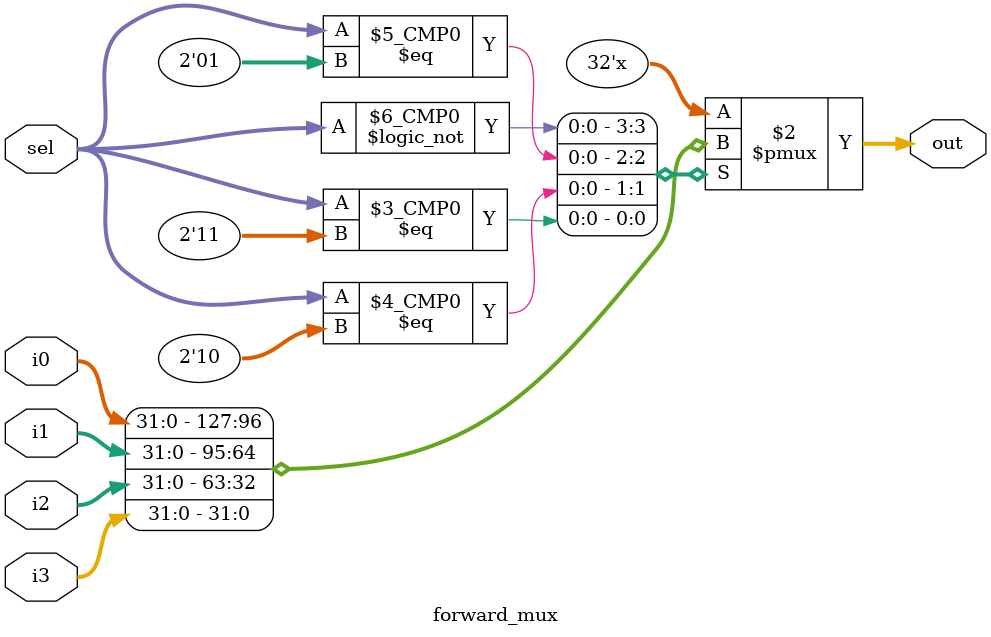
<source format=v>
`timescale 1ns / 1ps

module forward_mux(
input [31:0] i0,i1,i2,i3,
input [1:0] sel,
output reg [31:0] out
);
    always@(*) begin
        case(sel)
            2'b00: out <= i0;
            2'b01: out <= i1;
            2'b10: out <= i2;
            2'b11: out <= i3;
        endcase
    end
endmodule

</source>
